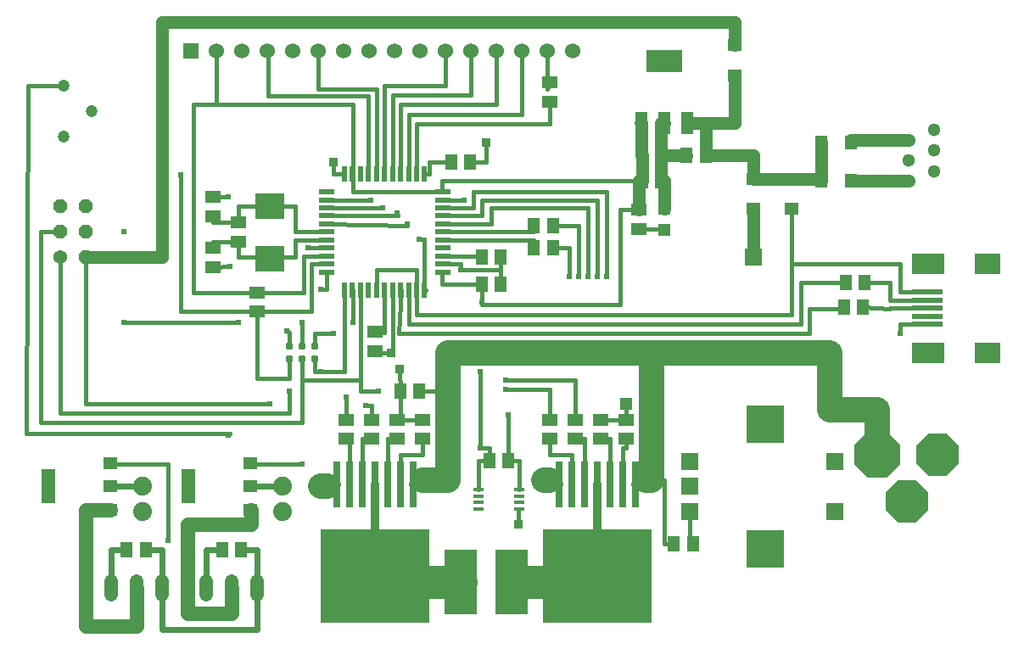
<source format=gbl>
G75*
%MOIN*%
%OFA0B0*%
%FSLAX25Y25*%
%IPPOS*%
%LPD*%
%AMOC8*
5,1,8,0,0,1.08239X$1,22.5*
%
%ADD10C,0.03100*%
%ADD11R,0.05906X0.05118*%
%ADD12R,0.09843X0.07874*%
%ADD13R,0.12992X0.07874*%
%ADD14R,0.12205X0.01969*%
%ADD15R,0.05118X0.06299*%
%ADD16R,0.05118X0.05906*%
%ADD17R,0.01969X0.05906*%
%ADD18R,0.05906X0.01969*%
%ADD19R,0.11811X0.09843*%
%ADD20R,0.04724X0.04724*%
%ADD21R,0.15024X0.15024*%
%ADD22R,0.07087X0.07087*%
%ADD23R,0.06000X0.06000*%
%ADD24C,0.06000*%
%ADD25R,0.04800X0.08800*%
%ADD26R,0.14173X0.08661*%
%ADD27C,0.05118*%
%ADD28R,0.05512X0.04724*%
%ADD29R,0.06299X0.05118*%
%ADD30C,0.05400*%
%ADD31OC8,0.05400*%
%ADD32C,0.04724*%
%ADD33R,0.04724X0.05512*%
%ADD34R,0.42520X0.37008*%
%ADD35R,0.03150X0.18110*%
%ADD36R,0.03937X0.01772*%
%ADD37OC8,0.18173*%
%ADD38OC8,0.16598*%
%ADD39R,0.05512X0.13780*%
%ADD40C,0.07400*%
%ADD41C,0.05400*%
%ADD42R,0.12800X0.25400*%
%ADD43C,0.01600*%
%ADD44R,0.02400X0.02400*%
%ADD45R,0.03562X0.03562*%
%ADD46R,0.03169X0.03169*%
%ADD47C,0.05000*%
%ADD48R,0.04134X0.04134*%
%ADD49C,0.03200*%
%ADD50C,0.10000*%
%ADD51C,0.05600*%
%ADD52C,0.02400*%
%ADD53C,0.13000*%
D10*
X0111750Y0114596D03*
X0116750Y0114596D03*
X0116750Y0119596D03*
X0111750Y0119596D03*
X0121750Y0119596D03*
X0121750Y0114596D03*
D11*
X0145500Y0117881D03*
X0145500Y0125361D03*
X0144250Y0090836D03*
X0134250Y0090836D03*
X0134250Y0083356D03*
X0144250Y0083356D03*
X0154250Y0083356D03*
X0164250Y0083356D03*
X0164250Y0090836D03*
X0154250Y0090836D03*
X0214250Y0090836D03*
X0224250Y0090836D03*
X0224250Y0083356D03*
X0214250Y0083356D03*
X0234250Y0083356D03*
X0244250Y0083356D03*
X0244250Y0090836D03*
X0234250Y0090836D03*
X0249250Y0165856D03*
X0249250Y0173336D03*
X0214250Y0215856D03*
X0214250Y0223336D03*
X0091750Y0168336D03*
X0081750Y0170856D03*
X0081750Y0178336D03*
X0091750Y0160856D03*
X0081750Y0158336D03*
X0081750Y0150856D03*
D12*
X0386061Y0152115D03*
X0386061Y0117076D03*
D13*
X0362833Y0117076D03*
X0362833Y0152115D03*
D14*
X0362439Y0140895D03*
X0362439Y0137745D03*
X0362439Y0134596D03*
X0362439Y0131446D03*
X0362439Y0128297D03*
D15*
X0337315Y0135196D03*
X0329835Y0135196D03*
X0330510Y0144596D03*
X0337990Y0144596D03*
X0182990Y0192096D03*
X0175510Y0192096D03*
D16*
X0208010Y0167096D03*
X0215490Y0167096D03*
X0215490Y0158246D03*
X0208010Y0158246D03*
X0195015Y0154596D03*
X0187535Y0154596D03*
X0187535Y0144121D03*
X0195015Y0144121D03*
X0250510Y0184596D03*
X0257990Y0184596D03*
X0257990Y0194596D03*
X0250510Y0194596D03*
X0268010Y0194596D03*
X0275490Y0194596D03*
X0162990Y0102096D03*
X0155510Y0102096D03*
X0190510Y0074596D03*
X0197990Y0074596D03*
X0263010Y0042096D03*
X0270490Y0042096D03*
X0092990Y0039596D03*
X0085510Y0039596D03*
X0055490Y0039596D03*
X0048010Y0039596D03*
D17*
X0133502Y0141761D03*
X0136652Y0141761D03*
X0139801Y0141761D03*
X0142951Y0141761D03*
X0146100Y0141761D03*
X0149250Y0141761D03*
X0152400Y0141761D03*
X0155549Y0141761D03*
X0158699Y0141761D03*
X0161848Y0141761D03*
X0164998Y0141761D03*
X0164998Y0187430D03*
X0161848Y0187430D03*
X0158699Y0187430D03*
X0155549Y0187430D03*
X0152400Y0187430D03*
X0149250Y0187430D03*
X0146100Y0187430D03*
X0142951Y0187430D03*
X0139801Y0187430D03*
X0136652Y0187430D03*
X0133502Y0187430D03*
D18*
X0126415Y0180344D03*
X0126415Y0177194D03*
X0126415Y0174045D03*
X0126415Y0170895D03*
X0126415Y0167745D03*
X0126415Y0164596D03*
X0126415Y0161446D03*
X0126415Y0158297D03*
X0126415Y0155147D03*
X0126415Y0151997D03*
X0126415Y0148848D03*
X0172085Y0148848D03*
X0172085Y0151997D03*
X0172085Y0155147D03*
X0172085Y0158297D03*
X0172085Y0161446D03*
X0172085Y0164596D03*
X0172085Y0167745D03*
X0172085Y0170895D03*
X0172085Y0174045D03*
X0172085Y0177194D03*
X0172085Y0180344D03*
D19*
X0104250Y0174694D03*
X0104250Y0154104D03*
D20*
X0244250Y0097096D03*
X0259250Y0165462D03*
X0259250Y0173730D03*
D21*
X0298778Y0089202D03*
X0298778Y0039989D03*
D22*
X0326337Y0054753D03*
X0326337Y0074438D03*
X0269250Y0074438D03*
X0269250Y0064596D03*
X0269250Y0054753D03*
X0211750Y0067096D03*
X0124250Y0064596D03*
X0294250Y0154596D03*
D23*
X0073266Y0235619D03*
D24*
X0083266Y0235619D03*
X0093266Y0235619D03*
X0103266Y0235619D03*
X0113266Y0235619D03*
X0123266Y0235619D03*
X0133266Y0235619D03*
X0143266Y0235619D03*
X0153266Y0235619D03*
X0163266Y0235619D03*
X0173266Y0235619D03*
X0183266Y0235619D03*
X0193266Y0235619D03*
X0203266Y0235619D03*
X0213266Y0235619D03*
X0223266Y0235619D03*
D25*
X0250150Y0207396D03*
X0259250Y0207396D03*
X0268350Y0207396D03*
D26*
X0259250Y0231797D03*
D27*
X0355195Y0200659D03*
X0365195Y0204596D03*
X0365195Y0196564D03*
X0355195Y0192627D03*
X0365195Y0188533D03*
X0355195Y0184596D03*
D28*
X0309250Y0185501D03*
X0294250Y0185501D03*
X0294250Y0173690D03*
X0309250Y0173690D03*
X0286750Y0226190D03*
X0286750Y0238001D03*
X0096451Y0073694D03*
X0096451Y0064596D03*
X0096451Y0055497D03*
X0041451Y0055497D03*
X0041451Y0064596D03*
X0041451Y0073694D03*
D29*
X0099250Y0133356D03*
X0099250Y0140836D03*
D30*
X0021750Y0154596D03*
D31*
X0031750Y0154596D03*
X0031750Y0164596D03*
X0021750Y0164596D03*
X0021750Y0174596D03*
X0031750Y0174596D03*
D32*
X0023030Y0202096D03*
X0034250Y0212096D03*
X0023030Y0222096D03*
D33*
X0320844Y0199596D03*
X0332656Y0199596D03*
X0332656Y0184596D03*
X0320844Y0184596D03*
D34*
X0233010Y0029517D03*
X0145510Y0029517D03*
D35*
X0145510Y0065541D03*
X0150510Y0065541D03*
X0155510Y0065541D03*
X0160510Y0065541D03*
X0140510Y0065541D03*
X0135510Y0065541D03*
X0130510Y0065541D03*
X0218010Y0065541D03*
X0223010Y0065541D03*
X0228010Y0065541D03*
X0233010Y0065541D03*
X0238010Y0065541D03*
X0243010Y0065541D03*
X0248010Y0065541D03*
D36*
X0202321Y0063434D03*
X0202321Y0060875D03*
X0202321Y0058316D03*
X0202321Y0055757D03*
X0186179Y0055757D03*
X0186179Y0058316D03*
X0186179Y0060875D03*
X0186179Y0063434D03*
D37*
X0342813Y0077096D03*
D38*
X0366435Y0077096D03*
X0354624Y0058592D03*
D39*
X0072049Y0064596D03*
X0017049Y0064596D03*
D40*
X0054250Y0064596D03*
X0054250Y0054596D03*
X0109250Y0054596D03*
X0109250Y0064596D03*
D41*
X0099250Y0027296D02*
X0099250Y0021896D01*
X0089250Y0021896D02*
X0089250Y0027296D01*
X0079250Y0027296D02*
X0079250Y0021896D01*
X0061750Y0021896D02*
X0061750Y0027296D01*
X0051750Y0027296D02*
X0051750Y0021896D01*
X0041750Y0021896D02*
X0041750Y0027296D01*
D42*
X0179250Y0027096D03*
X0199250Y0027096D03*
D43*
X0201750Y0049596D02*
X0201750Y0055186D01*
X0201752Y0055231D01*
X0201757Y0055275D01*
X0201766Y0055319D01*
X0201778Y0055362D01*
X0201793Y0055405D01*
X0201812Y0055445D01*
X0201834Y0055484D01*
X0201859Y0055522D01*
X0201887Y0055557D01*
X0201917Y0055590D01*
X0201950Y0055620D01*
X0201985Y0055648D01*
X0202023Y0055673D01*
X0202062Y0055695D01*
X0202102Y0055714D01*
X0202145Y0055729D01*
X0202188Y0055741D01*
X0202232Y0055750D01*
X0202276Y0055755D01*
X0202321Y0055757D01*
X0202321Y0063434D02*
X0202321Y0074596D01*
X0197990Y0074596D01*
X0197990Y0092096D01*
X0197900Y0092771D01*
X0196750Y0102571D02*
X0214250Y0102571D01*
X0214250Y0090836D01*
X0224250Y0090836D02*
X0224250Y0106421D01*
X0196750Y0106421D01*
X0186750Y0109596D02*
X0186750Y0079596D01*
X0190510Y0079596D01*
X0190510Y0074596D01*
X0186179Y0074596D01*
X0186179Y0063434D01*
X0164250Y0077096D02*
X0155510Y0077096D01*
X0155510Y0065541D01*
X0150510Y0065541D02*
X0150510Y0083356D01*
X0154250Y0083356D01*
X0164250Y0083356D02*
X0164250Y0077096D01*
X0164250Y0090836D02*
X0154250Y0090836D01*
X0155510Y0090836D01*
X0155510Y0102096D01*
X0155325Y0110871D01*
X0152400Y0117096D02*
X0151750Y0117096D01*
X0145500Y0117096D01*
X0145500Y0117881D01*
X0152400Y0117096D02*
X0152400Y0141761D01*
X0155549Y0141761D02*
X0155700Y0141761D01*
X0155025Y0124796D01*
X0316075Y0124796D01*
X0316075Y0134521D01*
X0329835Y0134521D01*
X0329835Y0135196D01*
X0337315Y0135196D02*
X0347950Y0134521D01*
X0347950Y0134596D01*
X0362439Y0134596D01*
X0362439Y0137745D02*
X0347950Y0137745D01*
X0347950Y0144596D01*
X0337990Y0144596D01*
X0330510Y0144596D02*
X0313000Y0144596D01*
X0313000Y0128396D01*
X0211750Y0128396D01*
X0211750Y0128446D01*
X0158950Y0128446D01*
X0158950Y0141761D01*
X0158699Y0141761D01*
X0161750Y0141761D02*
X0161750Y0132096D01*
X0309250Y0132096D01*
X0309250Y0152096D01*
X0309250Y0173690D01*
X0309250Y0152096D02*
X0351750Y0152096D01*
X0351750Y0140895D01*
X0362439Y0140895D01*
X0362439Y0128297D02*
X0351750Y0128297D01*
X0351750Y0124596D01*
X0259250Y0165462D02*
X0259250Y0165856D01*
X0249250Y0165856D01*
X0249250Y0173336D02*
X0241750Y0173336D01*
X0241750Y0135946D01*
X0187535Y0135946D01*
X0187535Y0137096D01*
X0187535Y0144121D01*
X0171750Y0144121D01*
X0171750Y0148848D01*
X0172085Y0148848D01*
X0172085Y0151997D02*
X0179250Y0151997D01*
X0179250Y0149596D01*
X0195015Y0149596D01*
X0195015Y0154596D01*
X0195015Y0144121D01*
X0187535Y0154596D02*
X0187535Y0155147D01*
X0172085Y0155147D01*
X0172085Y0161446D02*
X0208010Y0161446D01*
X0208010Y0158246D01*
X0208010Y0164596D02*
X0208010Y0167096D01*
X0208010Y0164596D02*
X0172085Y0164596D01*
X0172085Y0161596D02*
X0172085Y0161446D01*
X0172085Y0167745D02*
X0191225Y0167745D01*
X0191225Y0174021D01*
X0229250Y0174021D01*
X0229250Y0147096D01*
X0225650Y0147146D02*
X0225650Y0167096D01*
X0215490Y0167096D01*
X0215490Y0158246D02*
X0221750Y0158246D01*
X0221750Y0147096D01*
X0232900Y0147096D02*
X0232900Y0177096D01*
X0187575Y0177096D01*
X0187575Y0170895D01*
X0172085Y0170895D01*
X0172085Y0174045D02*
X0184250Y0174045D01*
X0184250Y0180271D01*
X0236550Y0180271D01*
X0236550Y0147096D01*
X0250510Y0184596D02*
X0171750Y0184596D01*
X0171750Y0180344D01*
X0172085Y0180344D01*
X0136750Y0180344D01*
X0136750Y0187430D01*
X0136750Y0214596D01*
X0083266Y0214596D01*
X0074250Y0214596D01*
X0074250Y0140836D01*
X0099250Y0140836D01*
X0117400Y0140836D01*
X0117400Y0155147D01*
X0126415Y0155147D01*
X0126415Y0158297D02*
X0119300Y0158297D01*
X0119300Y0158296D01*
X0114250Y0161446D02*
X0114250Y0154596D01*
X0104250Y0154596D01*
X0104250Y0154104D01*
X0104250Y0154596D02*
X0091750Y0154596D01*
X0091750Y0160856D01*
X0081750Y0160856D01*
X0081750Y0158336D01*
X0089250Y0160108D02*
X0091750Y0160856D01*
X0091750Y0168336D02*
X0081750Y0168336D01*
X0081750Y0170856D01*
X0091750Y0168336D02*
X0091750Y0174694D01*
X0104250Y0174694D01*
X0104250Y0174596D01*
X0114250Y0174596D01*
X0114250Y0164596D01*
X0126415Y0164596D01*
X0126415Y0167745D02*
X0158150Y0167095D01*
X0158150Y0167746D01*
X0154450Y0170895D02*
X0126415Y0170895D01*
X0126415Y0174045D02*
X0138500Y0174045D01*
X0148500Y0174096D01*
X0143700Y0177096D02*
X0126415Y0177194D01*
X0129250Y0187430D02*
X0129250Y0192096D01*
X0129250Y0187430D02*
X0133502Y0187430D01*
X0133600Y0187430D01*
X0136652Y0187430D02*
X0136750Y0187430D01*
X0142951Y0187430D02*
X0142951Y0217896D01*
X0103475Y0217896D01*
X0103475Y0235619D01*
X0103266Y0235619D01*
X0093266Y0235619D02*
X0093250Y0235619D01*
X0083266Y0235619D02*
X0083266Y0214596D01*
X0069250Y0187096D02*
X0069250Y0133356D01*
X0099250Y0133356D01*
X0099250Y0107096D01*
X0111750Y0107096D01*
X0111750Y0114596D01*
X0116750Y0114596D02*
X0116750Y0106446D01*
X0116750Y0089596D01*
X0014250Y0089596D01*
X0014250Y0164596D01*
X0021750Y0164596D01*
X0021750Y0154596D02*
X0021750Y0093296D01*
X0111750Y0093296D01*
X0111750Y0102096D01*
X0116750Y0106446D02*
X0139801Y0106446D01*
X0139801Y0102096D01*
X0146750Y0102096D01*
X0144250Y0096421D02*
X0144250Y0090836D01*
X0144250Y0096421D02*
X0141750Y0096421D01*
X0134250Y0099596D02*
X0134250Y0090836D01*
X0134250Y0083356D02*
X0135510Y0083356D01*
X0135510Y0065541D01*
X0140510Y0065541D02*
X0140510Y0083356D01*
X0144250Y0083356D01*
X0162990Y0102096D02*
X0174250Y0102096D01*
X0149250Y0125108D02*
X0145500Y0125361D01*
X0149250Y0125108D02*
X0149250Y0141761D01*
X0146100Y0141761D02*
X0146100Y0149596D01*
X0161750Y0149596D01*
X0161750Y0141761D01*
X0161848Y0141761D01*
X0164998Y0141761D02*
X0164998Y0161846D01*
X0162750Y0161846D01*
X0154450Y0170895D02*
X0154350Y0172096D01*
X0172085Y0177194D02*
X0180490Y0177194D01*
X0166750Y0187430D02*
X0166750Y0192096D01*
X0175510Y0192096D01*
X0182990Y0192096D02*
X0189250Y0192096D01*
X0189250Y0199596D01*
X0203266Y0210671D02*
X0158699Y0210671D01*
X0158699Y0187430D01*
X0158750Y0187430D01*
X0161750Y0187430D02*
X0161750Y0207096D01*
X0214250Y0207096D01*
X0214250Y0215856D01*
X0213266Y0220836D02*
X0214250Y0223336D01*
X0213266Y0220836D02*
X0213266Y0235619D01*
X0203266Y0235619D02*
X0203266Y0210671D01*
X0193266Y0214596D02*
X0155549Y0214596D01*
X0155549Y0187430D01*
X0152400Y0187430D02*
X0152400Y0218346D01*
X0183266Y0218346D01*
X0183266Y0235619D01*
X0193266Y0235619D02*
X0193266Y0214596D01*
X0173266Y0222096D02*
X0149250Y0222096D01*
X0149250Y0187430D01*
X0146100Y0187430D02*
X0146100Y0220846D01*
X0123266Y0220846D01*
X0123266Y0235619D01*
X0173266Y0235619D02*
X0173266Y0222096D01*
X0166750Y0187430D02*
X0164998Y0187430D01*
X0161848Y0187430D02*
X0161750Y0187430D01*
X0126415Y0161446D02*
X0114250Y0161446D01*
X0120550Y0151997D02*
X0120550Y0133356D01*
X0099250Y0133356D01*
X0091750Y0128921D02*
X0046750Y0128921D01*
X0081750Y0150856D02*
X0088575Y0150946D01*
X0116750Y0129046D02*
X0116750Y0119596D01*
X0111750Y0119596D02*
X0111750Y0124896D01*
X0110850Y0125796D01*
X0121750Y0124596D02*
X0121750Y0119596D01*
X0121750Y0124596D02*
X0129250Y0124596D01*
X0136750Y0129046D02*
X0136750Y0141761D01*
X0136652Y0141761D01*
X0139801Y0141761D02*
X0139801Y0106446D01*
X0133502Y0109596D02*
X0133502Y0141761D01*
X0126415Y0142096D02*
X0126415Y0148848D01*
X0126415Y0151997D02*
X0120550Y0151997D01*
X0124250Y0142096D02*
X0126415Y0142096D01*
X0164998Y0141761D02*
X0165500Y0141761D01*
X0133502Y0109596D02*
X0124250Y0109596D01*
X0121750Y0109596D01*
X0121750Y0114596D01*
X0104250Y0097096D02*
X0031750Y0097096D01*
X0031750Y0154596D01*
X0081750Y0178336D02*
X0087900Y0178246D01*
X0023030Y0222096D02*
X0009250Y0222096D01*
X0008575Y0085471D01*
X0088575Y0085471D01*
X0087900Y0084596D01*
X0096451Y0073694D02*
X0096451Y0073521D01*
X0116750Y0073521D01*
X0064250Y0073246D02*
X0064250Y0043246D01*
X0064250Y0073246D02*
X0041451Y0073246D01*
X0041451Y0073694D01*
X0214250Y0077096D02*
X0223010Y0077096D01*
X0223010Y0065541D01*
X0228010Y0065541D02*
X0228010Y0083356D01*
X0224250Y0083356D01*
X0214250Y0083356D02*
X0214250Y0077096D01*
X0234250Y0083356D02*
X0238010Y0083356D01*
X0238010Y0065541D01*
X0243010Y0065541D02*
X0243010Y0079596D01*
X0244250Y0079596D01*
X0244250Y0083356D01*
X0244250Y0090836D02*
X0234250Y0090836D01*
X0244250Y0090836D02*
X0244250Y0097096D01*
X0254250Y0067096D02*
X0259250Y0067096D01*
X0259250Y0042096D01*
X0263010Y0042096D01*
X0269250Y0042096D02*
X0270490Y0042096D01*
X0269250Y0042096D02*
X0269250Y0054753D01*
X0259250Y0184596D02*
X0257990Y0184596D01*
X0257990Y0194596D02*
X0259250Y0194596D01*
X0275490Y0194596D02*
X0276750Y0194596D01*
X0365195Y0196471D02*
X0365195Y0196564D01*
D44*
X0351750Y0124596D03*
X0236550Y0147096D03*
X0232900Y0147096D03*
X0229250Y0147096D03*
X0225650Y0147146D03*
X0221750Y0147096D03*
X0187535Y0137096D03*
X0179250Y0149596D03*
X0162750Y0161846D03*
X0158150Y0167746D03*
X0154350Y0172096D03*
X0148500Y0174096D03*
X0143700Y0177096D03*
X0119300Y0158296D03*
X0124250Y0142096D03*
X0116750Y0129046D03*
X0110850Y0125796D03*
X0129250Y0124596D03*
X0136750Y0129046D03*
X0124250Y0109596D03*
X0111750Y0102096D03*
X0104250Y0097096D03*
X0087900Y0084596D03*
X0116750Y0073521D03*
X0141750Y0096421D03*
X0146750Y0102096D03*
X0134250Y0099596D03*
X0091750Y0128921D03*
X0088575Y0150946D03*
X0087900Y0178246D03*
X0069250Y0187096D03*
X0046750Y0164596D03*
X0046750Y0128921D03*
X0064250Y0043246D03*
X0186750Y0079596D03*
X0197900Y0092771D03*
X0196750Y0102571D03*
X0196750Y0106421D03*
X0186750Y0109596D03*
X0180490Y0177194D03*
D45*
X0189250Y0199596D03*
X0129250Y0192096D03*
X0155325Y0110871D03*
X0201750Y0049596D03*
D46*
X0151750Y0117096D03*
D47*
X0061750Y0154596D02*
X0061750Y0247096D01*
X0286750Y0247096D01*
X0286750Y0238001D01*
X0286750Y0226190D02*
X0286750Y0207396D01*
X0275490Y0207396D01*
X0275490Y0194596D01*
X0294250Y0194596D01*
X0294250Y0185501D01*
X0309250Y0185501D01*
X0320844Y0185501D01*
X0320844Y0184596D01*
X0320844Y0199596D01*
X0332656Y0199596D02*
X0332656Y0200659D01*
X0355195Y0200659D01*
X0355195Y0184596D02*
X0332656Y0184596D01*
X0294250Y0173690D02*
X0294250Y0154596D01*
X0259250Y0173730D02*
X0259250Y0179596D01*
X0259250Y0184596D01*
X0257990Y0184596D02*
X0257990Y0194596D01*
X0268010Y0194596D01*
X0257990Y0194596D02*
X0257990Y0201312D01*
X0257990Y0207396D01*
X0259250Y0207396D01*
X0250150Y0207396D02*
X0250150Y0194596D01*
X0250510Y0194596D01*
X0250510Y0184596D01*
X0249250Y0184596D01*
X0249250Y0173336D01*
X0268350Y0207396D02*
X0275490Y0207396D01*
X0061750Y0154596D02*
X0031750Y0154596D01*
D48*
X0259250Y0179596D03*
X0257990Y0201312D03*
D49*
X0250150Y0207396D02*
X0249250Y0207396D01*
X0251750Y0067096D02*
X0251750Y0065541D01*
X0248010Y0065541D01*
X0233010Y0065541D02*
X0233010Y0029517D01*
X0218010Y0065541D02*
X0214250Y0065541D01*
X0214250Y0067096D01*
X0164250Y0067096D02*
X0164250Y0065541D01*
X0160510Y0065541D01*
X0145510Y0065541D02*
X0145510Y0029517D01*
X0130510Y0065541D02*
X0129250Y0065541D01*
X0126750Y0064596D01*
D50*
X0124250Y0064596D01*
X0164250Y0067096D02*
X0174250Y0067096D01*
X0174250Y0102096D01*
X0174250Y0117096D01*
X0254250Y0117096D01*
X0254250Y0067096D01*
X0251750Y0067096D01*
X0214250Y0067096D02*
X0211750Y0067096D01*
X0254250Y0117096D02*
X0324250Y0117096D01*
X0324250Y0094596D01*
X0342813Y0094596D01*
X0342813Y0077096D01*
D51*
X0051750Y0009596D02*
X0031750Y0009596D01*
X0031750Y0055497D01*
X0041451Y0055497D01*
X0071750Y0049596D02*
X0071750Y0014596D01*
X0089250Y0014596D01*
X0089250Y0024596D01*
X0096750Y0049596D02*
X0071750Y0049596D01*
X0096451Y0055497D02*
X0096750Y0055497D01*
X0096750Y0049596D01*
X0051750Y0024596D02*
X0051750Y0009596D01*
D52*
X0061750Y0008246D02*
X0061750Y0024596D01*
X0061750Y0039596D01*
X0055490Y0039596D01*
X0048010Y0039596D02*
X0041750Y0039596D01*
X0041750Y0024596D01*
X0061750Y0008246D02*
X0099250Y0008246D01*
X0099250Y0024596D01*
X0099250Y0039596D01*
X0092990Y0039596D01*
X0085510Y0039596D02*
X0079250Y0039596D01*
X0079250Y0024596D01*
X0096451Y0064596D02*
X0109250Y0064596D01*
X0054250Y0064596D02*
X0041451Y0064596D01*
D53*
X0145510Y0029517D02*
X0145510Y0027096D01*
X0179250Y0027096D01*
X0199250Y0027096D02*
X0233010Y0027096D01*
X0233010Y0029517D01*
M02*

</source>
